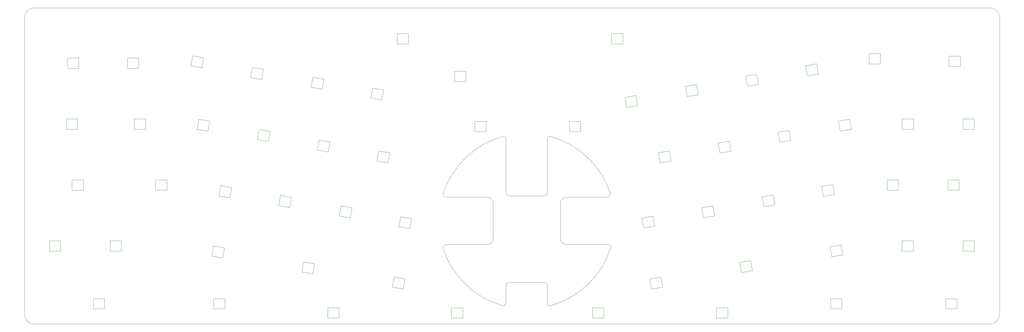
<source format=gbr>
G04 #@! TF.GenerationSoftware,KiCad,Pcbnew,(6.0.0-0)*
G04 #@! TF.CreationDate,2022-01-02T14:27:22+09:00*
G04 #@! TF.ProjectId,aliceball,616c6963-6562-4616-9c6c-2e6b69636164,rev?*
G04 #@! TF.SameCoordinates,Original*
G04 #@! TF.FileFunction,Profile,NP*
%FSLAX46Y46*%
G04 Gerber Fmt 4.6, Leading zero omitted, Abs format (unit mm)*
G04 Created by KiCad (PCBNEW (6.0.0-0)) date 2022-01-02 14:27:22*
%MOMM*%
%LPD*%
G01*
G04 APERTURE LIST*
G04 #@! TA.AperFunction,Profile*
%ADD10C,0.100000*%
G04 #@! TD*
G04 #@! TA.AperFunction,Profile*
%ADD11C,0.120000*%
G04 #@! TD*
G04 APERTURE END LIST*
D10*
X19275000Y-113050000D02*
G75*
G03*
X22275000Y-116050000I3000001J1D01*
G01*
X22275000Y-17250000D02*
G75*
G03*
X19275000Y-20250000I1J-3000001D01*
G01*
X320625000Y-116050000D02*
G75*
G03*
X323625000Y-113050000I-1J3000001D01*
G01*
X323625000Y-20250000D02*
G75*
G03*
X320625000Y-17250000I-3000001J-1D01*
G01*
X169545000Y-75057000D02*
X169545000Y-75057000D01*
X202120499Y-75247500D02*
G75*
G03*
X183451500Y-57404725I-26104861J-8625540D01*
G01*
X169545000Y-104203500D02*
X169545000Y-109347000D01*
X170688000Y-103060500D02*
G75*
G03*
X169545000Y-104203500I0J-1143000D01*
G01*
X320625000Y-17250000D02*
X22275000Y-17250000D01*
X186499500Y-78295500D02*
X186499500Y-89344500D01*
X151009904Y-91259856D02*
G75*
G03*
X149866904Y-92392500I-92542J-1049659D01*
G01*
X201358500Y-76390500D02*
X188404500Y-76390500D01*
X186499500Y-89344500D02*
G75*
G03*
X188404500Y-91249500I1905001J1D01*
G01*
X188404500Y-91249500D02*
X201549000Y-91249500D01*
X169545000Y-74866500D02*
X169545000Y-58069745D01*
X183642000Y-110299500D02*
G75*
G03*
X202221628Y-92198082I-7427249J26209410D01*
G01*
X169545000Y-58069745D02*
G75*
G03*
X168783000Y-57340500I-769564J-41394D01*
G01*
X163639500Y-91249500D02*
G75*
G03*
X165530962Y-89358038I-5J1891467D01*
G01*
X169545000Y-74866500D02*
G75*
G03*
X170688000Y-76009500I1143000J0D01*
G01*
X183451500Y-57404725D02*
G75*
G03*
X182499000Y-58166725I-221969J-698851D01*
G01*
X151009904Y-91259856D02*
X163639500Y-91249500D01*
X163830000Y-76390500D02*
X150685500Y-76390500D01*
X181356000Y-103060500D02*
X170688000Y-103060500D01*
X165530962Y-89358038D02*
X165530962Y-78309038D01*
X168329756Y-110299499D02*
G75*
G03*
X169545000Y-109347000I198157J998664D01*
G01*
X168783000Y-57340500D02*
G75*
G03*
X149923500Y-75247500I7268917J-26540394D01*
G01*
X149866904Y-92392500D02*
G75*
G03*
X168329756Y-110299500I26167662J8508454D01*
G01*
X201358500Y-76390499D02*
G75*
G03*
X202120500Y-75247500I-378551J1077867D01*
G01*
X182499000Y-104203500D02*
G75*
G03*
X181356000Y-103060500I-1143000J0D01*
G01*
X165530962Y-78309038D02*
G75*
G03*
X163830000Y-76390500I-1932456J-2D01*
G01*
X182498999Y-109728000D02*
G75*
G03*
X183642000Y-110299500I806540J184329D01*
G01*
X202221628Y-92198082D02*
G75*
G03*
X201549000Y-91249500I-683019J228447D01*
G01*
X181356000Y-76009500D02*
G75*
G03*
X182499000Y-74866500I0J1143000D01*
G01*
X170688000Y-76009500D02*
X181356000Y-76009500D01*
X182499000Y-74866500D02*
X182499000Y-58166725D01*
X182499000Y-104203500D02*
X182499000Y-109728000D01*
X188404500Y-76390500D02*
G75*
G03*
X186499500Y-78295500I1J-1905001D01*
G01*
X323625000Y-20250000D02*
X323625000Y-113050000D01*
X149923500Y-75247500D02*
G75*
G03*
X150685500Y-76390500I1093623J-96418D01*
G01*
X19275000Y-20250000D02*
X19275000Y-113050000D01*
X22275000Y-116050000D02*
X320625000Y-116050000D01*
D11*
X231154924Y-82842077D02*
X230599249Y-79690692D01*
X230599249Y-79690692D02*
X234046076Y-79082923D01*
X234046076Y-79082923D02*
X234601751Y-82234308D01*
X234601751Y-82234308D02*
X231154924Y-82842077D01*
X127864343Y-42276673D02*
X131311170Y-42884442D01*
X130755495Y-46035827D02*
X127308668Y-45428058D01*
X127308668Y-45428058D02*
X127864343Y-42276673D01*
X131311170Y-42884442D02*
X130755495Y-46035827D01*
X81760000Y-108128000D02*
X81760000Y-111328000D01*
X78260000Y-111328000D02*
X78260000Y-108128000D01*
X81760000Y-111328000D02*
X78260000Y-111328000D01*
X78260000Y-108128000D02*
X81760000Y-108128000D01*
X139024500Y-28460500D02*
X135524500Y-28460500D01*
X135524500Y-28460500D02*
X135524500Y-25260500D01*
X139024500Y-25260500D02*
X139024500Y-28460500D01*
X135524500Y-25260500D02*
X139024500Y-25260500D01*
X109268576Y-100368077D02*
X105821749Y-99760308D01*
X105821749Y-99760308D02*
X106377424Y-96608923D01*
X109824251Y-97216692D02*
X109268576Y-100368077D01*
X106377424Y-96608923D02*
X109824251Y-97216692D01*
X92431343Y-55230673D02*
X95878170Y-55838442D01*
X95322495Y-58989827D02*
X91875668Y-58382058D01*
X91875668Y-58382058D02*
X92431343Y-55230673D01*
X95878170Y-55838442D02*
X95322495Y-58989827D01*
X310931500Y-74180500D02*
X307431500Y-74180500D01*
X307431500Y-74180500D02*
X307431500Y-70980500D01*
X307431500Y-70980500D02*
X310931500Y-70980500D01*
X310931500Y-70980500D02*
X310931500Y-74180500D01*
X83916251Y-73404192D02*
X83360576Y-76555577D01*
X79913749Y-75947808D02*
X80469424Y-72796423D01*
X80469424Y-72796423D02*
X83916251Y-73404192D01*
X83360576Y-76555577D02*
X79913749Y-75947808D01*
X268019221Y-73023192D02*
X271466048Y-72415423D01*
X272021723Y-75566808D02*
X268574896Y-76174577D01*
X268574896Y-76174577D02*
X268019221Y-73023192D01*
X271466048Y-72415423D02*
X272021723Y-75566808D01*
X73611424Y-52031923D02*
X77058251Y-52639692D01*
X77058251Y-52639692D02*
X76502576Y-55791077D01*
X73055749Y-55183308D02*
X73611424Y-52031923D01*
X76502576Y-55791077D02*
X73055749Y-55183308D01*
X206596249Y-45210192D02*
X210043076Y-44602423D01*
X210598751Y-47753808D02*
X207151924Y-48361577D01*
X207151924Y-48361577D02*
X206596249Y-45210192D01*
X210043076Y-44602423D02*
X210598751Y-47753808D01*
X235232000Y-110985500D02*
X238732000Y-110985500D01*
X238732000Y-114185500D02*
X235232000Y-114185500D01*
X235232000Y-114185500D02*
X235232000Y-110985500D01*
X238732000Y-110985500D02*
X238732000Y-114185500D01*
X51399500Y-36080500D02*
X51399500Y-32880500D01*
X51399500Y-32880500D02*
X54899500Y-32880500D01*
X54899500Y-36080500D02*
X51399500Y-36080500D01*
X54899500Y-32880500D02*
X54899500Y-36080500D01*
X307812500Y-32309000D02*
X311312500Y-32309000D01*
X311312500Y-32309000D02*
X311312500Y-35509000D01*
X307812500Y-35509000D02*
X307812500Y-32309000D01*
X311312500Y-35509000D02*
X307812500Y-35509000D01*
X74597576Y-35979077D02*
X71150749Y-35371308D01*
X71150749Y-35371308D02*
X71706424Y-32219923D01*
X71706424Y-32219923D02*
X75153251Y-32827692D01*
X75153251Y-32827692D02*
X74597576Y-35979077D01*
X214406749Y-101979192D02*
X217853576Y-101371423D01*
X214962424Y-105130577D02*
X214406749Y-101979192D01*
X218409251Y-104522808D02*
X214962424Y-105130577D01*
X217853576Y-101371423D02*
X218409251Y-104522808D01*
X276718076Y-52031923D02*
X277273751Y-55183308D01*
X273826924Y-55791077D02*
X273271249Y-52639692D01*
X277273751Y-55183308D02*
X273826924Y-55791077D01*
X273271249Y-52639692D02*
X276718076Y-52031923D01*
X296644000Y-90030500D02*
X296644000Y-93230500D01*
X296644000Y-93230500D02*
X293144000Y-93230500D01*
X293144000Y-90030500D02*
X296644000Y-90030500D01*
X293144000Y-93230500D02*
X293144000Y-90030500D01*
X93782670Y-36407442D02*
X93226995Y-39558827D01*
X93226995Y-39558827D02*
X89780168Y-38951058D01*
X90335843Y-35799673D02*
X93782670Y-36407442D01*
X89780168Y-38951058D02*
X90335843Y-35799673D01*
X40720000Y-108130000D02*
X44220000Y-108130000D01*
X44220000Y-108130000D02*
X44220000Y-111330000D01*
X40720000Y-111330000D02*
X40720000Y-108130000D01*
X44220000Y-111330000D02*
X40720000Y-111330000D01*
X310284000Y-111328000D02*
X306784000Y-111328000D01*
X306784000Y-111328000D02*
X306784000Y-108128000D01*
X310284000Y-108128000D02*
X310284000Y-111328000D01*
X306784000Y-108128000D02*
X310284000Y-108128000D01*
X157007500Y-40271500D02*
X153507500Y-40271500D01*
X153507500Y-40271500D02*
X153507500Y-37071500D01*
X157007500Y-37071500D02*
X157007500Y-40271500D01*
X153507500Y-37071500D02*
X157007500Y-37071500D01*
X245857076Y-96227923D02*
X246412751Y-99379308D01*
X246412751Y-99379308D02*
X242965924Y-99987077D01*
X242410249Y-96835692D02*
X245857076Y-96227923D01*
X242965924Y-99987077D02*
X242410249Y-96835692D01*
X152540000Y-111000000D02*
X156040000Y-111000000D01*
X156040000Y-114200000D02*
X152540000Y-114200000D01*
X152540000Y-114200000D02*
X152540000Y-111000000D01*
X156040000Y-111000000D02*
X156040000Y-114200000D01*
X296644000Y-55130500D02*
X293144000Y-55130500D01*
X293144000Y-51930500D02*
X296644000Y-51930500D01*
X296644000Y-51930500D02*
X296644000Y-55130500D01*
X293144000Y-55130500D02*
X293144000Y-51930500D01*
X133255751Y-62545692D02*
X132700076Y-65697077D01*
X132700076Y-65697077D02*
X129253249Y-65089308D01*
X129808924Y-61937923D02*
X133255751Y-62545692D01*
X129253249Y-65089308D02*
X129808924Y-61937923D01*
X109234924Y-38887423D02*
X112681751Y-39495192D01*
X108679249Y-42038808D02*
X109234924Y-38887423D01*
X112126076Y-42646577D02*
X108679249Y-42038808D01*
X112681751Y-39495192D02*
X112126076Y-42646577D01*
X226093396Y-44932577D02*
X225537721Y-41781192D01*
X228984548Y-41173423D02*
X229540223Y-44324808D01*
X229540223Y-44324808D02*
X226093396Y-44932577D01*
X225537721Y-41781192D02*
X228984548Y-41173423D01*
X27015500Y-93230500D02*
X27015500Y-90030500D01*
X27015500Y-90030500D02*
X30515500Y-90030500D01*
X30515500Y-93230500D02*
X27015500Y-93230500D01*
X30515500Y-90030500D02*
X30515500Y-93230500D01*
X200060500Y-110985500D02*
X200060500Y-114185500D01*
X196560500Y-114185500D02*
X196560500Y-110985500D01*
X200060500Y-114185500D02*
X196560500Y-114185500D01*
X196560500Y-110985500D02*
X200060500Y-110985500D01*
X49489500Y-90030500D02*
X49489500Y-93230500D01*
X45989500Y-90030500D02*
X49489500Y-90030500D01*
X45989500Y-93230500D02*
X45989500Y-90030500D01*
X49489500Y-93230500D02*
X45989500Y-93230500D01*
X192821500Y-52692500D02*
X192821500Y-55892500D01*
X192821500Y-55892500D02*
X189321500Y-55892500D01*
X189321500Y-55892500D02*
X189321500Y-52692500D01*
X189321500Y-52692500D02*
X192821500Y-52692500D01*
X254967424Y-59220077D02*
X254411749Y-56068692D01*
X257858576Y-55460923D02*
X258414251Y-58612308D01*
X254411749Y-56068692D02*
X257858576Y-55460923D01*
X258414251Y-58612308D02*
X254967424Y-59220077D01*
X239745251Y-62041308D02*
X236298424Y-62649077D01*
X236298424Y-62649077D02*
X235742749Y-59497692D01*
X239189576Y-58889923D02*
X239745251Y-62041308D01*
X235742749Y-59497692D02*
X239189576Y-58889923D01*
X205966000Y-28460500D02*
X202466000Y-28460500D01*
X202466000Y-28460500D02*
X202466000Y-25260500D01*
X205966000Y-25260500D02*
X205966000Y-28460500D01*
X202466000Y-25260500D02*
X205966000Y-25260500D01*
X102585251Y-76452192D02*
X102029576Y-79603577D01*
X99138424Y-75844423D02*
X102585251Y-76452192D01*
X98582749Y-78995808D02*
X99138424Y-75844423D01*
X102029576Y-79603577D02*
X98582749Y-78995808D01*
X56995000Y-55130500D02*
X53495000Y-55130500D01*
X53495000Y-51930500D02*
X56995000Y-51930500D01*
X56995000Y-51930500D02*
X56995000Y-55130500D01*
X53495000Y-55130500D02*
X53495000Y-51930500D01*
X291957500Y-70980500D02*
X291957500Y-74180500D01*
X291957500Y-74180500D02*
X288457500Y-74180500D01*
X288457500Y-74180500D02*
X288457500Y-70980500D01*
X288457500Y-70980500D02*
X291957500Y-70980500D01*
X32349500Y-51930500D02*
X35849500Y-51930500D01*
X32349500Y-55130500D02*
X32349500Y-51930500D01*
X35849500Y-55130500D02*
X32349500Y-55130500D01*
X35849500Y-51930500D02*
X35849500Y-55130500D01*
X136071668Y-85623558D02*
X136627343Y-82472173D01*
X139518495Y-86231327D02*
X136071668Y-85623558D01*
X140074170Y-83079942D02*
X139518495Y-86231327D01*
X136627343Y-82472173D02*
X140074170Y-83079942D01*
X315694000Y-93230500D02*
X312194000Y-93230500D01*
X315694000Y-90030500D02*
X315694000Y-93230500D01*
X312194000Y-93230500D02*
X312194000Y-90030500D01*
X312194000Y-90030500D02*
X315694000Y-90030500D01*
X286357000Y-34747000D02*
X282857000Y-34747000D01*
X282857000Y-34747000D02*
X282857000Y-31547000D01*
X282857000Y-31547000D02*
X286357000Y-31547000D01*
X286357000Y-31547000D02*
X286357000Y-34747000D01*
X315694000Y-55130500D02*
X312194000Y-55130500D01*
X312194000Y-51930500D02*
X315694000Y-51930500D01*
X315694000Y-51930500D02*
X315694000Y-55130500D01*
X312194000Y-55130500D02*
X312194000Y-51930500D01*
X270604249Y-91882692D02*
X274051076Y-91274923D01*
X274051076Y-91274923D02*
X274606751Y-94426308D01*
X271159924Y-95034077D02*
X270604249Y-91882692D01*
X274606751Y-94426308D02*
X271159924Y-95034077D01*
X120889076Y-82842077D02*
X117442249Y-82234308D01*
X121444751Y-79690692D02*
X120889076Y-82842077D01*
X117442249Y-82234308D02*
X117997924Y-79082923D01*
X117997924Y-79082923D02*
X121444751Y-79690692D01*
X263539924Y-38455577D02*
X262984249Y-35304192D01*
X266431076Y-34696423D02*
X266986751Y-37847808D01*
X262984249Y-35304192D02*
X266431076Y-34696423D01*
X266986751Y-37847808D02*
X263539924Y-38455577D01*
X36154500Y-36080500D02*
X32654500Y-36080500D01*
X32654500Y-36080500D02*
X32654500Y-32880500D01*
X32654500Y-32880500D02*
X36154500Y-32880500D01*
X36154500Y-32880500D02*
X36154500Y-36080500D01*
X163294000Y-52692500D02*
X163294000Y-55892500D01*
X159794000Y-55892500D02*
X159794000Y-52692500D01*
X159794000Y-52692500D02*
X163294000Y-52692500D01*
X163294000Y-55892500D02*
X159794000Y-55892500D01*
X113883500Y-110985500D02*
X117383500Y-110985500D01*
X117383500Y-110985500D02*
X117383500Y-114185500D01*
X113883500Y-114185500D02*
X113883500Y-110985500D01*
X117383500Y-114185500D02*
X113883500Y-114185500D01*
X134015749Y-104522808D02*
X134571424Y-101371423D01*
X134571424Y-101371423D02*
X138018251Y-101979192D01*
X138018251Y-101979192D02*
X137462576Y-105130577D01*
X137462576Y-105130577D02*
X134015749Y-104522808D01*
X270860000Y-108120000D02*
X274360000Y-108120000D01*
X274360000Y-108120000D02*
X274360000Y-111320000D01*
X270860000Y-111320000D02*
X270860000Y-108120000D01*
X274360000Y-111320000D02*
X270860000Y-111320000D01*
X114031076Y-62268077D02*
X110584249Y-61660308D01*
X110584249Y-61660308D02*
X111139924Y-58508923D01*
X114586751Y-59116692D02*
X114031076Y-62268077D01*
X111139924Y-58508923D02*
X114586751Y-59116692D01*
X250014424Y-79413077D02*
X249458749Y-76261692D01*
X249458749Y-76261692D02*
X252905576Y-75653923D01*
X253461251Y-78805308D02*
X250014424Y-79413077D01*
X252905576Y-75653923D02*
X253461251Y-78805308D01*
X78183424Y-91655923D02*
X81630251Y-92263692D01*
X81630251Y-92263692D02*
X81074576Y-95415077D01*
X81074576Y-95415077D02*
X77627749Y-94807308D01*
X77627749Y-94807308D02*
X78183424Y-91655923D01*
X60162500Y-70980500D02*
X63662500Y-70980500D01*
X63662500Y-74180500D02*
X60162500Y-74180500D01*
X63662500Y-70980500D02*
X63662500Y-74180500D01*
X60162500Y-74180500D02*
X60162500Y-70980500D01*
X212485924Y-86080577D02*
X211930249Y-82929192D01*
X211930249Y-82929192D02*
X215377076Y-82321423D01*
X215377076Y-82321423D02*
X215932751Y-85472808D01*
X215932751Y-85472808D02*
X212485924Y-86080577D01*
X248317751Y-41086308D02*
X244870924Y-41694077D01*
X244870924Y-41694077D02*
X244315249Y-38542692D01*
X244315249Y-38542692D02*
X247762076Y-37934923D01*
X247762076Y-37934923D02*
X248317751Y-41086308D01*
X37564000Y-74180500D02*
X34064000Y-74180500D01*
X34064000Y-70980500D02*
X37564000Y-70980500D01*
X34064000Y-74180500D02*
X34064000Y-70980500D01*
X37564000Y-70980500D02*
X37564000Y-74180500D01*
X217073749Y-62545692D02*
X220520576Y-61937923D01*
X221076251Y-65089308D02*
X217629424Y-65697077D01*
X220520576Y-61937923D02*
X221076251Y-65089308D01*
X217629424Y-65697077D02*
X217073749Y-62545692D01*
M02*

</source>
